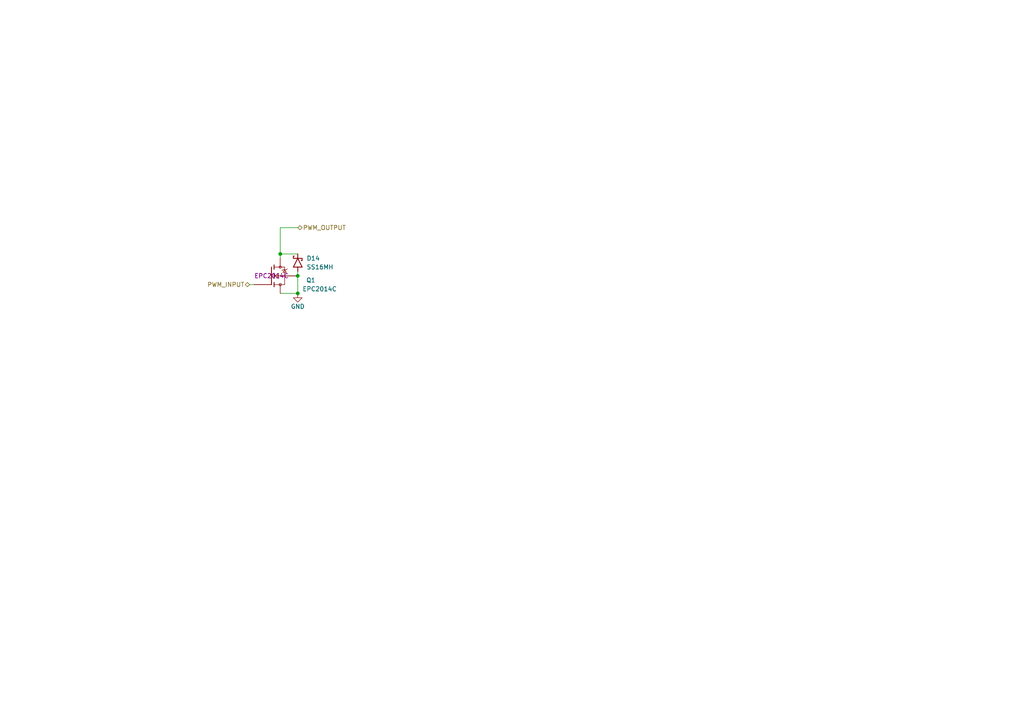
<source format=kicad_sch>
(kicad_sch (version 20211123) (generator eeschema)
  (paper "A4")
  (lib_symbols
    (symbol "Schematic:EPC2014C" (pin_numbers hide) (pin_names (offset 1.016) hide)
      (property "Reference" "Q" (at -8.89 3.81 0))
      (property "Value" "EPC2014C" (at -8.89 -7.62 0))
      (property "PN" "EPC2014C" (at 0 0 0))
      (symbol "EPC2014C_0_0"
        (polyline (pts (xy 0 2.54) (xy 0 -2.54)) (stroke (width 0.254)))
        (polyline (pts (xy 0.762 -2.54) (xy 0.762 -3.175)) (stroke (width 0.254)))
        (polyline (pts (xy 0.762 -1.905) (xy 0.762 -2.54)) (stroke (width 0.254)))
        (polyline (pts (xy 0.762 0) (xy 0.762 -0.762)) (stroke (width 0.254)))
        (polyline (pts (xy 0.762 0) (xy 2.54 0)) (stroke (width 0.1524)))
        (polyline (pts (xy 0.762 0.762) (xy 0.762 0)) (stroke (width 0.254)))
        (polyline (pts (xy 0.762 2.54) (xy 0.762 1.905)) (stroke (width 0.254)))
        (polyline (pts (xy 0.762 2.54) (xy 3.81 2.54)) (stroke (width 0.1524)))
        (polyline (pts (xy 0.762 3.175) (xy 0.762 2.54)) (stroke (width 0.254)))
        (polyline (pts (xy 3.302 1.778) (xy 3.048 1.524)) (stroke (width 0.1524)))
        (polyline (pts (xy 3.81 -2.54) (xy 0.762 -2.54)) (stroke (width 0.1524)))
        (polyline (pts (xy 3.81 2.54) (xy 3.81 -2.54)) (stroke (width 0.1524)))
        (polyline (pts (xy 4.318 1.778) (xy 3.302 1.778)) (stroke (width 0.1524)))
        (polyline (pts (xy 4.572 2.032) (xy 4.318 1.778)) (stroke (width 0.1524)))
        (polyline (pts (xy 1.016 0) (xy 2.032 0.762) (xy 2.032 -0.762) (xy 1.016 0)) (stroke (width 0.1524)) (fill (type background)))
        (polyline (pts (xy 3.81 1.778) (xy 3.302 1.016) (xy 4.318 1.016) (xy 3.81 1.778)) (stroke (width 0.1524)) (fill (type background)))
        (circle (center 2.54 -2.54) (radius 0.3556))
        (circle (center 2.54 2.54) (radius 0.3556))
        (pin passive line (at -5.08 -2.54 0) (length 5.08) (name "~") (number "1"))
        (pin passive line (at 7.62 0 180) (length 5.08) (name "~") (number "2"))
        (pin passive line (at 2.54 5.08 270) (length 2.54) (name "~") (number "3"))
        (pin passive line (at 2.54 -5.08 90) (length 2.54) (name "~") (number "4"))
        (pin passive line (at 2.54 5.08 270) (length 2.54) (name "~") (number "5"))
      )
    )
    (symbol "Schematic:SS16MH" (pin_numbers hide) (pin_names (offset 1.016) hide)
      (property "Reference" "D" (at -5.08 2.54 0))
      (property "Value" "SS16MH" (at -5.08 -3.81 0))
      (property "PN" "SS16MH" (at 0 0 0))
      (symbol "SS16MH_0_0"
        (polyline (pts (xy -2.54 0) (xy -1.27 0)) (stroke (width 0.254)))
        (polyline (pts (xy -1.27 -1.27) (xy 1.27 0)) (stroke (width 0.254)))
        (polyline (pts (xy -1.27 0) (xy -1.27 -1.27)) (stroke (width 0.254)))
        (polyline (pts (xy -1.27 1.27) (xy -1.27 0)) (stroke (width 0.254)))
        (polyline (pts (xy 0.635 -1.016) (xy 0.635 -1.27)) (stroke (width 0.254)))
        (polyline (pts (xy 1.27 -1.27) (xy 0.635 -1.27)) (stroke (width 0.254)))
        (polyline (pts (xy 1.27 0) (xy -1.27 1.27)) (stroke (width 0.254)))
        (polyline (pts (xy 1.27 0) (xy 1.27 -1.27)) (stroke (width 0.254)))
        (polyline (pts (xy 1.27 1.27) (xy 1.27 0)) (stroke (width 0.254)))
        (polyline (pts (xy 1.905 1.27) (xy 1.27 1.27)) (stroke (width 0.254)))
        (polyline (pts (xy 1.905 1.27) (xy 1.905 1.016)) (stroke (width 0.254)))
        (polyline (pts (xy 2.54 0) (xy 1.27 0)) (stroke (width 0.254)))
        (pin passive line (at -2.54 0 0) (length 0) (name "~") (number "A"))
        (pin passive line (at 2.54 0 180) (length 0) (name "~") (number "C"))
      )
    )
    (symbol "power:GND" (power) (pin_names (offset 0))
      (property "Value" "GND" (at 0 -3.81 0))
      (symbol "GND_0_1"
        (polyline (pts (xy 0 0) (xy 0 -1.27) (xy 1.27 -1.27) (xy 0 -2.54) (xy -1.27 -1.27) (xy 0 -1.27)))
      )
      (symbol "GND_1_1"
        (pin power_in line (at 0 0 270) (length 0) hide (name "GND") (number "1"))
      )
    )
  )
  (junction (at 86.36 85.09))
  (junction (at 81.28 73.66))
  (junction (at 86.36 80.01))
  (wire (pts (xy 81.28 66.04) (xy 81.28 73.66)))
  (wire (pts (xy 86.36 66.04) (xy 81.28 66.04)))
  (wire (pts (xy 72.39 82.55) (xy 73.66 82.55)))
  (wire (pts (xy 86.36 78.74) (xy 86.36 80.01)))
  (wire (pts (xy 86.36 85.09) (xy 81.28 85.09)))
  (wire (pts (xy 81.28 74.93) (xy 81.28 73.66)))
  (wire (pts (xy 86.36 80.01) (xy 86.36 85.09)))
  (wire (pts (xy 81.28 73.66) (xy 86.36 73.66)))
  (hierarchical_label "PWM_INPUT" (shape bidirectional) (at 72.39 82.55 180))
  (hierarchical_label "PWM_OUTPUT" (shape bidirectional) (at 86.36 66.04 0))
  (symbol (lib_id "power:GND") (at 86.36 85.09 0) (unit 1)
    (property "Reference" "#PWR011" (effects hide))
    (property "Value" "GND" (at 86.36 88.9 0))
  )
  (symbol (lib_id "Schematic:EPC2014C") (at 78.74 80.01 0) (unit 1)
    (property "Reference" "Q1" (at 90.17 81.28 0))
    (property "Value" "EPC2014C" (at 92.71 83.82 0))
    (property "Footprint" "TRANS_EPC2014C" (effects hide))
    (property "STANDARD" "Manufacturer Recommendations" (effects hide))
    (property "MANUFACTURER" "EPC" (effects hide))
    (property "MAXIMUM_PACKAGE_HEIGHT" "0.815mm" (effects hide))
    (property "PARTREV" "N/A" (effects hide))
    (property "PN" "EPC2014C" (at 78.74 80.01 0))
  )
  (symbol (lib_id "Schematic:SS16MH") (at 86.36 76.2 90) (unit 1)
    (property "Reference" "D14" (at 88.9 74.9299 90) (effects (justify right)))
    (property "Value" "SS16MH" (at 88.9 77.4699 90) (effects (justify right)))
    (property "Footprint" "Diode_SMD:D_SOD-123FAC" (effects hide))
    (property "MAXIMUM_PACKAGE_HEIGHT" "0.73 mm" (effects hide))
    (property "PARTREV" "O2103" (effects hide))
    (property "STANDARD" "IPC-7351B" (effects hide))
    (property "MANUFACTURER" "Taiwan Semiconductor" (effects hide))
    (property "PN" "SS16MH" (effects hide))
  )
)
</source>
